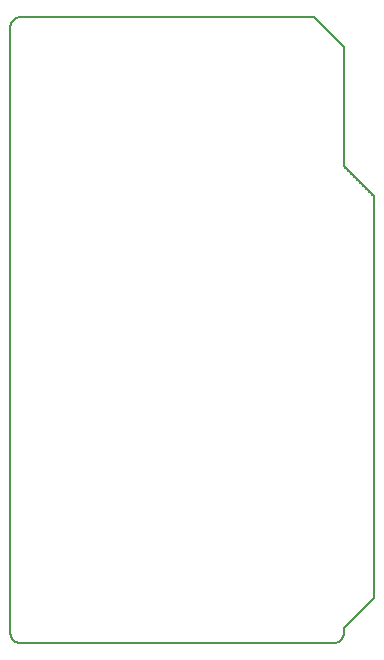
<source format=gm1>
G04 MADE WITH FRITZING*
G04 WWW.FRITZING.ORG*
G04 DOUBLE SIDED*
G04 HOLES PLATED*
G04 CONTOUR ON CENTER OF CONTOUR VECTOR*
%ASAXBY*%
%FSLAX23Y23*%
%MOIN*%
%OFA0B0*%
%SFA1.0B1.0*%
%ADD10C,0.008*%
%LNCONTOUR*%
G90*
G70*
G54D10*
X34Y2095D02*
X35Y2095D01*
X36Y2095D01*
X37Y2095D01*
X38Y2095D01*
X39Y2095D01*
X40Y2095D01*
X41Y2095D01*
X42Y2095D01*
X43Y2095D01*
X44Y2095D01*
X45Y2095D01*
X46Y2095D01*
X47Y2095D01*
X48Y2095D01*
X49Y2095D01*
X50Y2095D01*
X51Y2095D01*
X52Y2095D01*
X53Y2095D01*
X54Y2095D01*
X55Y2095D01*
X56Y2095D01*
X57Y2095D01*
X58Y2095D01*
X59Y2095D01*
X60Y2095D01*
X61Y2095D01*
X62Y2095D01*
X63Y2095D01*
X64Y2095D01*
X65Y2095D01*
X66Y2095D01*
X67Y2095D01*
X68Y2095D01*
X69Y2095D01*
X70Y2095D01*
X71Y2095D01*
X72Y2095D01*
X73Y2095D01*
X74Y2095D01*
X75Y2095D01*
X76Y2095D01*
X77Y2095D01*
X78Y2095D01*
X79Y2095D01*
X80Y2095D01*
X81Y2095D01*
X82Y2095D01*
X83Y2095D01*
X84Y2095D01*
X85Y2095D01*
X86Y2095D01*
X87Y2095D01*
X88Y2095D01*
X89Y2095D01*
X90Y2095D01*
X91Y2095D01*
X92Y2095D01*
X93Y2095D01*
X94Y2095D01*
X95Y2095D01*
X96Y2095D01*
X97Y2095D01*
X98Y2095D01*
X99Y2095D01*
X100Y2095D01*
X101Y2095D01*
X102Y2095D01*
X103Y2095D01*
X104Y2095D01*
X105Y2095D01*
X106Y2095D01*
X107Y2095D01*
X108Y2095D01*
X109Y2095D01*
X110Y2095D01*
X111Y2095D01*
X112Y2095D01*
X113Y2095D01*
X114Y2095D01*
X115Y2095D01*
X116Y2095D01*
X117Y2095D01*
X118Y2095D01*
X119Y2095D01*
X120Y2095D01*
X121Y2095D01*
X122Y2095D01*
X123Y2095D01*
X124Y2095D01*
X125Y2095D01*
X126Y2095D01*
X127Y2095D01*
X128Y2095D01*
X129Y2095D01*
X130Y2095D01*
X131Y2095D01*
X132Y2095D01*
X133Y2095D01*
X134Y2095D01*
X135Y2095D01*
X136Y2095D01*
X137Y2095D01*
X138Y2095D01*
X139Y2095D01*
X140Y2095D01*
X141Y2095D01*
X142Y2095D01*
X143Y2095D01*
X144Y2095D01*
X145Y2095D01*
X146Y2095D01*
X147Y2095D01*
X148Y2095D01*
X149Y2095D01*
X150Y2095D01*
X151Y2095D01*
X152Y2095D01*
X153Y2095D01*
X154Y2095D01*
X155Y2095D01*
X156Y2095D01*
X157Y2095D01*
X158Y2095D01*
X159Y2095D01*
X160Y2095D01*
X161Y2095D01*
X162Y2095D01*
X163Y2095D01*
X164Y2095D01*
X165Y2095D01*
X166Y2095D01*
X167Y2095D01*
X168Y2095D01*
X169Y2095D01*
X170Y2095D01*
X171Y2095D01*
X172Y2095D01*
X173Y2095D01*
X174Y2095D01*
X175Y2095D01*
X176Y2095D01*
X177Y2095D01*
X178Y2095D01*
X179Y2095D01*
X180Y2095D01*
X181Y2095D01*
X182Y2095D01*
X183Y2095D01*
X184Y2095D01*
X185Y2095D01*
X186Y2095D01*
X187Y2095D01*
X188Y2095D01*
X189Y2095D01*
X190Y2095D01*
X191Y2095D01*
X192Y2095D01*
X193Y2095D01*
X194Y2095D01*
X195Y2095D01*
X196Y2095D01*
X197Y2095D01*
X198Y2095D01*
X199Y2095D01*
X200Y2095D01*
X201Y2095D01*
X202Y2095D01*
X203Y2095D01*
X204Y2095D01*
X205Y2095D01*
X206Y2095D01*
X207Y2095D01*
X208Y2095D01*
X209Y2095D01*
X210Y2095D01*
X211Y2095D01*
X212Y2095D01*
X213Y2095D01*
X214Y2095D01*
X215Y2095D01*
X216Y2095D01*
X217Y2095D01*
X218Y2095D01*
X219Y2095D01*
X220Y2095D01*
X221Y2095D01*
X222Y2095D01*
X223Y2095D01*
X224Y2095D01*
X225Y2095D01*
X226Y2095D01*
X227Y2095D01*
X228Y2095D01*
X229Y2095D01*
X230Y2095D01*
X231Y2095D01*
X232Y2095D01*
X233Y2095D01*
X234Y2095D01*
X235Y2095D01*
X236Y2095D01*
X237Y2095D01*
X238Y2095D01*
X239Y2095D01*
X240Y2095D01*
X241Y2095D01*
X242Y2095D01*
X243Y2095D01*
X244Y2095D01*
X245Y2095D01*
X246Y2095D01*
X247Y2095D01*
X248Y2095D01*
X249Y2095D01*
X250Y2095D01*
X251Y2095D01*
X252Y2095D01*
X253Y2095D01*
X254Y2095D01*
X255Y2095D01*
X256Y2095D01*
X257Y2095D01*
X258Y2095D01*
X259Y2095D01*
X260Y2095D01*
X261Y2095D01*
X262Y2095D01*
X263Y2095D01*
X264Y2095D01*
X265Y2095D01*
X266Y2095D01*
X267Y2095D01*
X268Y2095D01*
X269Y2095D01*
X270Y2095D01*
X271Y2095D01*
X272Y2095D01*
X273Y2095D01*
X274Y2095D01*
X275Y2095D01*
X276Y2095D01*
X277Y2095D01*
X278Y2095D01*
X279Y2095D01*
X280Y2095D01*
X281Y2095D01*
X282Y2095D01*
X283Y2095D01*
X284Y2095D01*
X285Y2095D01*
X286Y2095D01*
X287Y2095D01*
X288Y2095D01*
X289Y2095D01*
X290Y2095D01*
X291Y2095D01*
X292Y2095D01*
X293Y2095D01*
X294Y2095D01*
X295Y2095D01*
X296Y2095D01*
X297Y2095D01*
X298Y2095D01*
X299Y2095D01*
X300Y2095D01*
X301Y2095D01*
X302Y2095D01*
X303Y2095D01*
X304Y2095D01*
X305Y2095D01*
X306Y2095D01*
X307Y2095D01*
X308Y2095D01*
X309Y2095D01*
X310Y2095D01*
X311Y2095D01*
X312Y2095D01*
X313Y2095D01*
X314Y2095D01*
X315Y2095D01*
X316Y2095D01*
X317Y2095D01*
X318Y2095D01*
X319Y2095D01*
X320Y2095D01*
X321Y2095D01*
X322Y2095D01*
X323Y2095D01*
X324Y2095D01*
X325Y2095D01*
X326Y2095D01*
X327Y2095D01*
X328Y2095D01*
X329Y2095D01*
X330Y2095D01*
X331Y2095D01*
X332Y2095D01*
X333Y2095D01*
X334Y2095D01*
X335Y2095D01*
X336Y2095D01*
X337Y2095D01*
X338Y2095D01*
X339Y2095D01*
X340Y2095D01*
X341Y2095D01*
X342Y2095D01*
X343Y2095D01*
X344Y2095D01*
X345Y2095D01*
X346Y2095D01*
X347Y2095D01*
X348Y2095D01*
X349Y2095D01*
X350Y2095D01*
X351Y2095D01*
X352Y2095D01*
X353Y2095D01*
X354Y2095D01*
X355Y2095D01*
X356Y2095D01*
X357Y2095D01*
X358Y2095D01*
X359Y2095D01*
X360Y2095D01*
X361Y2095D01*
X362Y2095D01*
X363Y2095D01*
X364Y2095D01*
X365Y2095D01*
X366Y2095D01*
X367Y2095D01*
X368Y2095D01*
X369Y2095D01*
X370Y2095D01*
X371Y2095D01*
X372Y2095D01*
X373Y2095D01*
X374Y2095D01*
X375Y2095D01*
X376Y2095D01*
X377Y2095D01*
X378Y2095D01*
X379Y2095D01*
X380Y2095D01*
X381Y2095D01*
X382Y2095D01*
X383Y2095D01*
X384Y2095D01*
X385Y2095D01*
X386Y2095D01*
X387Y2095D01*
X388Y2095D01*
X389Y2095D01*
X390Y2095D01*
X391Y2095D01*
X392Y2095D01*
X393Y2095D01*
X394Y2095D01*
X395Y2095D01*
X396Y2095D01*
X397Y2095D01*
X398Y2095D01*
X399Y2095D01*
X400Y2095D01*
X401Y2095D01*
X402Y2095D01*
X403Y2095D01*
X404Y2095D01*
X405Y2095D01*
X406Y2095D01*
X407Y2095D01*
X408Y2095D01*
X409Y2095D01*
X410Y2095D01*
X411Y2095D01*
X412Y2095D01*
X413Y2095D01*
X414Y2095D01*
X415Y2095D01*
X416Y2095D01*
X417Y2095D01*
X418Y2095D01*
X419Y2095D01*
X420Y2095D01*
X421Y2095D01*
X422Y2095D01*
X423Y2095D01*
X424Y2095D01*
X425Y2095D01*
X426Y2095D01*
X427Y2095D01*
X428Y2095D01*
X429Y2095D01*
X430Y2095D01*
X431Y2095D01*
X432Y2095D01*
X433Y2095D01*
X434Y2095D01*
X435Y2095D01*
X436Y2095D01*
X437Y2095D01*
X438Y2095D01*
X439Y2095D01*
X440Y2095D01*
X441Y2095D01*
X442Y2095D01*
X443Y2095D01*
X444Y2095D01*
X445Y2095D01*
X446Y2095D01*
X447Y2095D01*
X448Y2095D01*
X449Y2095D01*
X450Y2095D01*
X451Y2095D01*
X452Y2095D01*
X453Y2095D01*
X454Y2095D01*
X455Y2095D01*
X456Y2095D01*
X457Y2095D01*
X458Y2095D01*
X459Y2095D01*
X460Y2095D01*
X461Y2095D01*
X462Y2095D01*
X463Y2095D01*
X464Y2095D01*
X465Y2095D01*
X466Y2095D01*
X467Y2095D01*
X468Y2095D01*
X469Y2095D01*
X470Y2095D01*
X471Y2095D01*
X472Y2095D01*
X473Y2095D01*
X474Y2095D01*
X475Y2095D01*
X476Y2095D01*
X477Y2095D01*
X478Y2095D01*
X479Y2095D01*
X480Y2095D01*
X481Y2095D01*
X482Y2095D01*
X483Y2095D01*
X484Y2095D01*
X485Y2095D01*
X486Y2095D01*
X487Y2095D01*
X488Y2095D01*
X489Y2095D01*
X490Y2095D01*
X491Y2095D01*
X492Y2095D01*
X493Y2095D01*
X494Y2095D01*
X495Y2095D01*
X496Y2095D01*
X497Y2095D01*
X498Y2095D01*
X499Y2095D01*
X500Y2095D01*
X501Y2095D01*
X502Y2095D01*
X503Y2095D01*
X504Y2095D01*
X505Y2095D01*
X506Y2095D01*
X507Y2095D01*
X508Y2095D01*
X509Y2095D01*
X510Y2095D01*
X511Y2095D01*
X512Y2095D01*
X513Y2095D01*
X514Y2095D01*
X515Y2095D01*
X516Y2095D01*
X517Y2095D01*
X518Y2095D01*
X519Y2095D01*
X520Y2095D01*
X521Y2095D01*
X522Y2095D01*
X523Y2095D01*
X524Y2095D01*
X525Y2095D01*
X526Y2095D01*
X527Y2095D01*
X528Y2095D01*
X529Y2095D01*
X530Y2095D01*
X531Y2095D01*
X532Y2095D01*
X533Y2095D01*
X534Y2095D01*
X535Y2095D01*
X536Y2095D01*
X537Y2095D01*
X538Y2095D01*
X539Y2095D01*
X540Y2095D01*
X541Y2095D01*
X542Y2095D01*
X543Y2095D01*
X544Y2095D01*
X545Y2095D01*
X546Y2095D01*
X547Y2095D01*
X548Y2095D01*
X549Y2095D01*
X550Y2095D01*
X551Y2095D01*
X552Y2095D01*
X553Y2095D01*
X554Y2095D01*
X555Y2095D01*
X556Y2095D01*
X557Y2095D01*
X558Y2095D01*
X559Y2095D01*
X560Y2095D01*
X561Y2095D01*
X562Y2095D01*
X563Y2095D01*
X564Y2095D01*
X565Y2095D01*
X566Y2095D01*
X567Y2095D01*
X568Y2095D01*
X569Y2095D01*
X570Y2095D01*
X571Y2095D01*
X572Y2095D01*
X573Y2095D01*
X574Y2095D01*
X575Y2095D01*
X576Y2095D01*
X577Y2095D01*
X578Y2095D01*
X579Y2095D01*
X580Y2095D01*
X581Y2095D01*
X582Y2095D01*
X583Y2095D01*
X584Y2095D01*
X585Y2095D01*
X586Y2095D01*
X587Y2095D01*
X588Y2095D01*
X589Y2095D01*
X590Y2095D01*
X591Y2095D01*
X592Y2095D01*
X593Y2095D01*
X594Y2095D01*
X595Y2095D01*
X596Y2095D01*
X597Y2095D01*
X598Y2095D01*
X599Y2095D01*
X600Y2095D01*
X601Y2095D01*
X602Y2095D01*
X603Y2095D01*
X604Y2095D01*
X605Y2095D01*
X606Y2095D01*
X607Y2095D01*
X608Y2095D01*
X609Y2095D01*
X610Y2095D01*
X611Y2095D01*
X612Y2095D01*
X613Y2095D01*
X614Y2095D01*
X615Y2095D01*
X616Y2095D01*
X617Y2095D01*
X618Y2095D01*
X619Y2095D01*
X620Y2095D01*
X621Y2095D01*
X622Y2095D01*
X623Y2095D01*
X624Y2095D01*
X625Y2095D01*
X626Y2095D01*
X627Y2095D01*
X628Y2095D01*
X629Y2095D01*
X630Y2095D01*
X631Y2095D01*
X632Y2095D01*
X633Y2095D01*
X634Y2095D01*
X635Y2095D01*
X636Y2095D01*
X637Y2095D01*
X638Y2095D01*
X639Y2095D01*
X640Y2095D01*
X641Y2095D01*
X642Y2095D01*
X643Y2095D01*
X644Y2095D01*
X645Y2095D01*
X646Y2095D01*
X647Y2095D01*
X648Y2095D01*
X649Y2095D01*
X650Y2095D01*
X651Y2095D01*
X652Y2095D01*
X653Y2095D01*
X654Y2095D01*
X655Y2095D01*
X656Y2095D01*
X657Y2095D01*
X658Y2095D01*
X659Y2095D01*
X660Y2095D01*
X661Y2095D01*
X662Y2095D01*
X663Y2095D01*
X664Y2095D01*
X665Y2095D01*
X666Y2095D01*
X667Y2095D01*
X668Y2095D01*
X669Y2095D01*
X670Y2095D01*
X671Y2095D01*
X672Y2095D01*
X673Y2095D01*
X674Y2095D01*
X675Y2095D01*
X676Y2095D01*
X677Y2095D01*
X678Y2095D01*
X679Y2095D01*
X680Y2095D01*
X681Y2095D01*
X682Y2095D01*
X683Y2095D01*
X684Y2095D01*
X685Y2095D01*
X686Y2095D01*
X687Y2095D01*
X688Y2095D01*
X689Y2095D01*
X690Y2095D01*
X691Y2095D01*
X692Y2095D01*
X693Y2095D01*
X694Y2095D01*
X695Y2095D01*
X696Y2095D01*
X697Y2095D01*
X698Y2095D01*
X699Y2095D01*
X700Y2095D01*
X701Y2095D01*
X702Y2095D01*
X703Y2095D01*
X704Y2095D01*
X705Y2095D01*
X706Y2095D01*
X707Y2095D01*
X708Y2095D01*
X709Y2095D01*
X710Y2095D01*
X711Y2095D01*
X712Y2095D01*
X713Y2095D01*
X714Y2095D01*
X715Y2095D01*
X716Y2095D01*
X717Y2095D01*
X718Y2095D01*
X719Y2095D01*
X720Y2095D01*
X721Y2095D01*
X722Y2095D01*
X723Y2095D01*
X724Y2095D01*
X725Y2095D01*
X726Y2095D01*
X727Y2095D01*
X728Y2095D01*
X729Y2095D01*
X730Y2095D01*
X731Y2095D01*
X732Y2095D01*
X733Y2095D01*
X734Y2095D01*
X735Y2095D01*
X736Y2095D01*
X737Y2095D01*
X738Y2095D01*
X739Y2095D01*
X740Y2095D01*
X741Y2095D01*
X742Y2095D01*
X743Y2095D01*
X744Y2095D01*
X745Y2095D01*
X746Y2095D01*
X747Y2095D01*
X748Y2095D01*
X749Y2095D01*
X750Y2095D01*
X751Y2095D01*
X752Y2095D01*
X753Y2095D01*
X754Y2095D01*
X755Y2095D01*
X756Y2095D01*
X757Y2095D01*
X758Y2095D01*
X759Y2095D01*
X760Y2095D01*
X761Y2095D01*
X762Y2095D01*
X763Y2095D01*
X764Y2095D01*
X765Y2095D01*
X766Y2095D01*
X767Y2095D01*
X768Y2095D01*
X769Y2095D01*
X770Y2095D01*
X771Y2095D01*
X772Y2095D01*
X773Y2095D01*
X774Y2095D01*
X775Y2095D01*
X776Y2095D01*
X777Y2095D01*
X778Y2095D01*
X779Y2095D01*
X780Y2095D01*
X781Y2095D01*
X782Y2095D01*
X783Y2095D01*
X784Y2095D01*
X785Y2095D01*
X786Y2095D01*
X787Y2095D01*
X788Y2095D01*
X789Y2095D01*
X790Y2095D01*
X791Y2095D01*
X792Y2095D01*
X793Y2095D01*
X794Y2095D01*
X795Y2095D01*
X796Y2095D01*
X797Y2095D01*
X798Y2095D01*
X799Y2095D01*
X800Y2095D01*
X801Y2095D01*
X802Y2095D01*
X803Y2095D01*
X804Y2095D01*
X805Y2095D01*
X806Y2095D01*
X807Y2095D01*
X808Y2095D01*
X809Y2095D01*
X810Y2095D01*
X811Y2095D01*
X812Y2095D01*
X813Y2095D01*
X814Y2095D01*
X815Y2095D01*
X816Y2095D01*
X817Y2095D01*
X818Y2095D01*
X819Y2095D01*
X820Y2095D01*
X821Y2095D01*
X822Y2095D01*
X823Y2095D01*
X824Y2095D01*
X825Y2095D01*
X826Y2095D01*
X827Y2095D01*
X828Y2095D01*
X829Y2095D01*
X830Y2095D01*
X831Y2095D01*
X832Y2095D01*
X833Y2095D01*
X834Y2095D01*
X835Y2095D01*
X836Y2095D01*
X837Y2095D01*
X838Y2095D01*
X839Y2095D01*
X840Y2095D01*
X841Y2095D01*
X842Y2095D01*
X843Y2095D01*
X844Y2095D01*
X845Y2095D01*
X846Y2095D01*
X847Y2095D01*
X848Y2095D01*
X849Y2095D01*
X850Y2095D01*
X851Y2095D01*
X852Y2095D01*
X853Y2095D01*
X854Y2095D01*
X855Y2095D01*
X856Y2095D01*
X857Y2095D01*
X858Y2095D01*
X859Y2095D01*
X860Y2095D01*
X861Y2095D01*
X862Y2095D01*
X863Y2095D01*
X864Y2095D01*
X865Y2095D01*
X866Y2095D01*
X867Y2095D01*
X868Y2095D01*
X869Y2095D01*
X870Y2095D01*
X871Y2095D01*
X872Y2095D01*
X873Y2095D01*
X874Y2095D01*
X875Y2095D01*
X876Y2095D01*
X877Y2095D01*
X878Y2095D01*
X879Y2095D01*
X880Y2095D01*
X881Y2095D01*
X882Y2095D01*
X883Y2095D01*
X884Y2095D01*
X885Y2095D01*
X886Y2095D01*
X887Y2095D01*
X888Y2095D01*
X889Y2095D01*
X890Y2095D01*
X891Y2095D01*
X892Y2095D01*
X893Y2095D01*
X894Y2095D01*
X895Y2095D01*
X896Y2095D01*
X897Y2095D01*
X898Y2095D01*
X899Y2095D01*
X900Y2095D01*
X901Y2095D01*
X902Y2095D01*
X903Y2095D01*
X904Y2095D01*
X905Y2095D01*
X906Y2095D01*
X907Y2095D01*
X908Y2095D01*
X909Y2095D01*
X910Y2095D01*
X911Y2095D01*
X912Y2095D01*
X913Y2095D01*
X914Y2095D01*
X915Y2095D01*
X916Y2095D01*
X917Y2095D01*
X918Y2095D01*
X919Y2095D01*
X920Y2095D01*
X921Y2095D01*
X922Y2095D01*
X923Y2095D01*
X924Y2095D01*
X925Y2095D01*
X926Y2095D01*
X927Y2095D01*
X928Y2095D01*
X929Y2095D01*
X930Y2095D01*
X931Y2095D01*
X932Y2095D01*
X933Y2095D01*
X934Y2095D01*
X935Y2095D01*
X936Y2095D01*
X937Y2095D01*
X938Y2095D01*
X939Y2095D01*
X940Y2095D01*
X941Y2095D01*
X942Y2095D01*
X943Y2095D01*
X944Y2095D01*
X945Y2095D01*
X946Y2095D01*
X947Y2095D01*
X948Y2095D01*
X949Y2095D01*
X950Y2095D01*
X951Y2095D01*
X952Y2095D01*
X953Y2095D01*
X954Y2095D01*
X955Y2095D01*
X956Y2095D01*
X957Y2095D01*
X958Y2095D01*
X959Y2095D01*
X960Y2095D01*
X961Y2095D01*
X962Y2095D01*
X963Y2095D01*
X964Y2095D01*
X965Y2095D01*
X966Y2095D01*
X967Y2095D01*
X968Y2095D01*
X969Y2095D01*
X970Y2095D01*
X971Y2095D01*
X972Y2095D01*
X973Y2095D01*
X974Y2095D01*
X975Y2095D01*
X976Y2095D01*
X977Y2095D01*
X978Y2095D01*
X979Y2095D01*
X980Y2095D01*
X981Y2095D01*
X982Y2095D01*
X983Y2095D01*
X984Y2095D01*
X985Y2095D01*
X986Y2095D01*
X987Y2095D01*
X988Y2095D01*
X989Y2095D01*
X990Y2095D01*
X991Y2095D01*
X992Y2095D01*
X993Y2095D01*
X994Y2095D01*
X995Y2095D01*
X996Y2095D01*
X997Y2095D01*
X998Y2095D01*
X999Y2095D01*
X1000Y2095D01*
X1001Y2095D01*
X1002Y2095D01*
X1003Y2095D01*
X1004Y2095D01*
X1005Y2095D01*
X1006Y2095D01*
X1007Y2095D01*
X1008Y2095D01*
X1009Y2095D01*
X1010Y2095D01*
X1011Y2095D01*
X1012Y2095D01*
X1013Y2095D01*
X1014Y2095D01*
X1015Y2095D01*
X1016Y2095D01*
X1017Y2095D01*
X1018Y2095D01*
X1019Y2095D01*
X1020Y2094D01*
X1021Y2093D01*
X1022Y2092D01*
X1023Y2091D01*
X1024Y2090D01*
X1025Y2089D01*
X1026Y2088D01*
X1027Y2087D01*
X1028Y2086D01*
X1029Y2085D01*
X1030Y2084D01*
X1031Y2083D01*
X1032Y2082D01*
X1033Y2081D01*
X1034Y2080D01*
X1035Y2079D01*
X1036Y2078D01*
X1037Y2077D01*
X1038Y2076D01*
X1039Y2075D01*
X1040Y2074D01*
X1041Y2073D01*
X1042Y2072D01*
X1043Y2071D01*
X1044Y2070D01*
X1045Y2069D01*
X1046Y2068D01*
X1047Y2067D01*
X1048Y2066D01*
X1049Y2065D01*
X1050Y2064D01*
X1051Y2063D01*
X1052Y2062D01*
X1053Y2061D01*
X1054Y2060D01*
X1055Y2059D01*
X1056Y2058D01*
X1057Y2057D01*
X1058Y2056D01*
X1059Y2055D01*
X1060Y2054D01*
X1061Y2053D01*
X1062Y2052D01*
X1063Y2051D01*
X1064Y2050D01*
X1065Y2049D01*
X1066Y2048D01*
X1067Y2047D01*
X1068Y2046D01*
X1069Y2045D01*
X1070Y2044D01*
X1071Y2043D01*
X1072Y2042D01*
X1073Y2041D01*
X1074Y2040D01*
X1075Y2039D01*
X1076Y2038D01*
X1077Y2037D01*
X1078Y2036D01*
X1079Y2035D01*
X1080Y2034D01*
X1081Y2033D01*
X1082Y2032D01*
X1083Y2031D01*
X1084Y2030D01*
X1085Y2029D01*
X1086Y2028D01*
X1087Y2027D01*
X1088Y2026D01*
X1089Y2026D01*
X1090Y2025D01*
X1091Y2024D01*
X1092Y2023D01*
X1093Y2022D01*
X1094Y2021D01*
X1095Y2020D01*
X1096Y2019D01*
X1097Y2018D01*
X1098Y2017D01*
X1099Y2016D01*
X1100Y2015D01*
X1101Y2014D01*
X1102Y2013D01*
X1103Y2012D01*
X1104Y2011D01*
X1105Y2010D01*
X1106Y2009D01*
X1107Y2008D01*
X1108Y2007D01*
X1109Y2006D01*
X1110Y2005D01*
X1111Y2004D01*
X1112Y2003D01*
X1113Y2002D01*
X1114Y2001D01*
X1115Y2000D01*
X1116Y1999D01*
X1117Y1998D01*
X1118Y1997D01*
X1118Y1599D01*
X1119Y1598D01*
X1120Y1597D01*
X1121Y1596D01*
X1122Y1595D01*
X1123Y1594D01*
X1124Y1593D01*
X1125Y1592D01*
X1126Y1591D01*
X1127Y1590D01*
X1128Y1589D01*
X1129Y1588D01*
X1130Y1587D01*
X1131Y1586D01*
X1132Y1585D01*
X1133Y1584D01*
X1134Y1583D01*
X1135Y1582D01*
X1136Y1581D01*
X1137Y1580D01*
X1138Y1579D01*
X1139Y1578D01*
X1140Y1577D01*
X1141Y1576D01*
X1142Y1575D01*
X1143Y1574D01*
X1144Y1573D01*
X1145Y1572D01*
X1146Y1571D01*
X1147Y1570D01*
X1148Y1569D01*
X1149Y1568D01*
X1150Y1567D01*
X1151Y1566D01*
X1152Y1565D01*
X1153Y1564D01*
X1154Y1563D01*
X1155Y1562D01*
X1156Y1561D01*
X1157Y1560D01*
X1158Y1559D01*
X1159Y1558D01*
X1160Y1557D01*
X1161Y1556D01*
X1162Y1555D01*
X1163Y1554D01*
X1164Y1553D01*
X1165Y1552D01*
X1166Y1551D01*
X1167Y1550D01*
X1168Y1549D01*
X1169Y1548D01*
X1170Y1547D01*
X1171Y1546D01*
X1172Y1545D01*
X1173Y1544D01*
X1174Y1543D01*
X1175Y1542D01*
X1176Y1541D01*
X1177Y1540D01*
X1178Y1539D01*
X1179Y1538D01*
X1180Y1537D01*
X1181Y1536D01*
X1182Y1535D01*
X1183Y1534D01*
X1184Y1533D01*
X1185Y1532D01*
X1186Y1531D01*
X1187Y1530D01*
X1188Y1529D01*
X1189Y1528D01*
X1190Y1527D01*
X1191Y1526D01*
X1192Y1525D01*
X1193Y1524D01*
X1194Y1523D01*
X1195Y1522D01*
X1196Y1521D01*
X1197Y1520D01*
X1198Y1519D01*
X1199Y1518D01*
X1200Y1517D01*
X1201Y1516D01*
X1202Y1515D01*
X1203Y1514D01*
X1204Y1513D01*
X1205Y1512D01*
X1206Y1511D01*
X1207Y1510D01*
X1208Y1509D01*
X1209Y1508D01*
X1210Y1507D01*
X1211Y1506D01*
X1212Y1505D01*
X1213Y1504D01*
X1214Y1503D01*
X1215Y1502D01*
X1216Y1501D01*
X1217Y1500D01*
X1218Y1499D01*
X1218Y157D01*
X1217Y156D01*
X1216Y155D01*
X1215Y154D01*
X1214Y153D01*
X1213Y152D01*
X1212Y151D01*
X1211Y150D01*
X1210Y149D01*
X1209Y148D01*
X1208Y147D01*
X1207Y146D01*
X1206Y145D01*
X1205Y144D01*
X1204Y143D01*
X1203Y142D01*
X1202Y141D01*
X1201Y140D01*
X1200Y139D01*
X1199Y138D01*
X1198Y137D01*
X1197Y136D01*
X1196Y135D01*
X1195Y134D01*
X1194Y133D01*
X1193Y132D01*
X1192Y131D01*
X1191Y130D01*
X1190Y129D01*
X1189Y128D01*
X1188Y127D01*
X1187Y126D01*
X1186Y125D01*
X1185Y124D01*
X1184Y123D01*
X1183Y122D01*
X1182Y121D01*
X1181Y120D01*
X1180Y119D01*
X1179Y118D01*
X1178Y117D01*
X1177Y116D01*
X1176Y115D01*
X1175Y114D01*
X1174Y113D01*
X1173Y112D01*
X1172Y111D01*
X1171Y110D01*
X1170Y109D01*
X1169Y108D01*
X1168Y107D01*
X1167Y106D01*
X1166Y105D01*
X1165Y104D01*
X1164Y103D01*
X1163Y102D01*
X1162Y101D01*
X1161Y100D01*
X1160Y99D01*
X1159Y98D01*
X1158Y97D01*
X1157Y96D01*
X1156Y95D01*
X1155Y94D01*
X1154Y93D01*
X1153Y92D01*
X1152Y91D01*
X1151Y90D01*
X1150Y89D01*
X1149Y88D01*
X1148Y87D01*
X1147Y86D01*
X1146Y85D01*
X1145Y84D01*
X1144Y83D01*
X1143Y82D01*
X1142Y81D01*
X1141Y80D01*
X1140Y79D01*
X1139Y78D01*
X1138Y77D01*
X1137Y76D01*
X1136Y75D01*
X1135Y74D01*
X1134Y73D01*
X1133Y72D01*
X1132Y71D01*
X1131Y70D01*
X1130Y69D01*
X1129Y68D01*
X1128Y67D01*
X1127Y66D01*
X1126Y65D01*
X1125Y64D01*
X1124Y63D01*
X1123Y62D01*
X1122Y61D01*
X1121Y60D01*
X1120Y59D01*
X1119Y58D01*
X1118Y57D01*
X1118Y46D01*
X1119Y45D01*
X1119Y41D01*
X1118Y40D01*
X1118Y35D01*
X1117Y34D01*
X1117Y31D01*
X1116Y30D01*
X1116Y29D01*
X1115Y28D01*
X1115Y27D01*
X1114Y26D01*
X1114Y25D01*
X1113Y24D01*
X1113Y23D01*
X1112Y22D01*
X1111Y21D01*
X1110Y20D01*
X1109Y19D01*
X1108Y18D01*
X1107Y17D01*
X1106Y16D01*
X1105Y15D01*
X1104Y14D01*
X1103Y14D01*
X1102Y13D01*
X1101Y12D01*
X1100Y12D01*
X1099Y11D01*
X1098Y11D01*
X1097Y11D01*
X1096Y10D01*
X1095Y10D01*
X1094Y9D01*
X1093Y9D01*
X1092Y9D01*
X1091Y9D01*
X1090Y9D01*
X1089Y8D01*
X1088Y8D01*
X1087Y8D01*
X1086Y8D01*
X1085Y8D01*
X1084Y8D01*
X1083Y8D01*
X1082Y8D01*
X1081Y8D01*
X1080Y8D01*
X1079Y8D01*
X1078Y8D01*
X1077Y8D01*
X1076Y8D01*
X1075Y8D01*
X1074Y8D01*
X1073Y8D01*
X1072Y8D01*
X1071Y8D01*
X1070Y8D01*
X1069Y8D01*
X1068Y8D01*
X1067Y8D01*
X1066Y8D01*
X1065Y8D01*
X1064Y8D01*
X1063Y8D01*
X1062Y8D01*
X1061Y8D01*
X1060Y8D01*
X1059Y8D01*
X1058Y8D01*
X1057Y8D01*
X1056Y8D01*
X1055Y8D01*
X1054Y8D01*
X1053Y8D01*
X1052Y8D01*
X1051Y8D01*
X1050Y8D01*
X1049Y8D01*
X1048Y8D01*
X1047Y8D01*
X1046Y8D01*
X1045Y8D01*
X1044Y8D01*
X1043Y8D01*
X1042Y8D01*
X1041Y8D01*
X1040Y8D01*
X1039Y8D01*
X1038Y8D01*
X1037Y8D01*
X1036Y8D01*
X1035Y8D01*
X1034Y8D01*
X1033Y8D01*
X1032Y8D01*
X1031Y8D01*
X1030Y8D01*
X1029Y8D01*
X1028Y8D01*
X1027Y8D01*
X1026Y8D01*
X1025Y8D01*
X1024Y8D01*
X1023Y8D01*
X1022Y8D01*
X1021Y8D01*
X1020Y8D01*
X1019Y8D01*
X1018Y8D01*
X1017Y8D01*
X1016Y8D01*
X1015Y8D01*
X1014Y8D01*
X1013Y8D01*
X1012Y8D01*
X1011Y8D01*
X1010Y8D01*
X1009Y8D01*
X1008Y8D01*
X1007Y8D01*
X1006Y8D01*
X1005Y8D01*
X1004Y8D01*
X1003Y8D01*
X1002Y8D01*
X1001Y8D01*
X1000Y8D01*
X999Y8D01*
X998Y8D01*
X997Y8D01*
X996Y8D01*
X995Y8D01*
X994Y8D01*
X993Y8D01*
X992Y8D01*
X991Y8D01*
X990Y8D01*
X989Y8D01*
X988Y8D01*
X987Y8D01*
X986Y8D01*
X985Y8D01*
X984Y8D01*
X983Y8D01*
X982Y8D01*
X981Y8D01*
X980Y8D01*
X979Y8D01*
X978Y8D01*
X977Y8D01*
X976Y8D01*
X975Y8D01*
X974Y8D01*
X973Y8D01*
X972Y8D01*
X971Y8D01*
X970Y8D01*
X969Y8D01*
X968Y8D01*
X967Y8D01*
X966Y8D01*
X965Y8D01*
X964Y8D01*
X963Y8D01*
X962Y8D01*
X961Y8D01*
X960Y8D01*
X959Y8D01*
X958Y8D01*
X957Y8D01*
X956Y8D01*
X955Y8D01*
X954Y8D01*
X953Y8D01*
X952Y8D01*
X951Y8D01*
X950Y8D01*
X949Y8D01*
X948Y8D01*
X947Y8D01*
X946Y8D01*
X945Y8D01*
X944Y8D01*
X943Y8D01*
X942Y8D01*
X941Y8D01*
X940Y8D01*
X939Y8D01*
X938Y8D01*
X937Y8D01*
X936Y8D01*
X935Y8D01*
X934Y8D01*
X933Y8D01*
X932Y8D01*
X931Y8D01*
X930Y8D01*
X929Y8D01*
X928Y8D01*
X927Y8D01*
X926Y8D01*
X925Y8D01*
X924Y8D01*
X923Y8D01*
X922Y8D01*
X921Y8D01*
X920Y8D01*
X919Y8D01*
X918Y8D01*
X917Y8D01*
X916Y8D01*
X915Y8D01*
X914Y8D01*
X913Y8D01*
X912Y8D01*
X911Y8D01*
X910Y8D01*
X909Y8D01*
X908Y8D01*
X907Y8D01*
X906Y8D01*
X905Y8D01*
X904Y8D01*
X903Y8D01*
X902Y8D01*
X901Y8D01*
X900Y8D01*
X899Y8D01*
X898Y8D01*
X897Y8D01*
X896Y8D01*
X895Y8D01*
X894Y8D01*
X893Y8D01*
X892Y8D01*
X891Y8D01*
X890Y8D01*
X889Y8D01*
X888Y8D01*
X887Y8D01*
X886Y8D01*
X885Y8D01*
X884Y8D01*
X883Y8D01*
X882Y8D01*
X881Y8D01*
X880Y8D01*
X879Y8D01*
X878Y8D01*
X877Y8D01*
X876Y8D01*
X875Y8D01*
X874Y8D01*
X873Y8D01*
X872Y8D01*
X871Y8D01*
X870Y8D01*
X869Y8D01*
X868Y8D01*
X867Y8D01*
X866Y8D01*
X865Y8D01*
X864Y8D01*
X863Y8D01*
X862Y8D01*
X861Y8D01*
X860Y8D01*
X859Y8D01*
X858Y8D01*
X857Y8D01*
X856Y8D01*
X855Y8D01*
X854Y8D01*
X853Y8D01*
X852Y8D01*
X851Y8D01*
X850Y8D01*
X849Y8D01*
X848Y8D01*
X847Y8D01*
X846Y8D01*
X845Y8D01*
X844Y8D01*
X843Y8D01*
X842Y8D01*
X841Y8D01*
X840Y8D01*
X839Y8D01*
X838Y8D01*
X837Y8D01*
X836Y8D01*
X835Y8D01*
X834Y8D01*
X833Y8D01*
X832Y8D01*
X831Y8D01*
X830Y8D01*
X829Y8D01*
X828Y8D01*
X827Y8D01*
X826Y8D01*
X825Y8D01*
X824Y8D01*
X823Y8D01*
X822Y8D01*
X821Y8D01*
X820Y8D01*
X819Y8D01*
X818Y8D01*
X817Y8D01*
X816Y8D01*
X815Y8D01*
X814Y8D01*
X813Y8D01*
X812Y8D01*
X811Y8D01*
X810Y8D01*
X809Y8D01*
X808Y8D01*
X807Y8D01*
X806Y8D01*
X805Y8D01*
X804Y8D01*
X803Y8D01*
X802Y8D01*
X801Y8D01*
X800Y8D01*
X799Y8D01*
X798Y8D01*
X797Y8D01*
X796Y8D01*
X795Y8D01*
X794Y8D01*
X793Y8D01*
X792Y8D01*
X791Y8D01*
X790Y8D01*
X789Y8D01*
X788Y8D01*
X787Y8D01*
X786Y8D01*
X785Y8D01*
X784Y8D01*
X783Y8D01*
X782Y8D01*
X781Y8D01*
X780Y8D01*
X779Y8D01*
X778Y8D01*
X777Y8D01*
X776Y8D01*
X775Y8D01*
X774Y8D01*
X773Y8D01*
X772Y8D01*
X771Y8D01*
X770Y8D01*
X769Y8D01*
X768Y8D01*
X767Y8D01*
X766Y8D01*
X765Y8D01*
X764Y8D01*
X763Y8D01*
X762Y8D01*
X761Y8D01*
X760Y8D01*
X759Y8D01*
X758Y8D01*
X757Y8D01*
X756Y8D01*
X755Y8D01*
X754Y8D01*
X753Y8D01*
X752Y8D01*
X751Y8D01*
X750Y8D01*
X749Y8D01*
X748Y8D01*
X747Y8D01*
X746Y8D01*
X745Y8D01*
X744Y8D01*
X743Y8D01*
X742Y8D01*
X741Y8D01*
X740Y8D01*
X739Y8D01*
X738Y8D01*
X737Y8D01*
X736Y8D01*
X735Y8D01*
X734Y8D01*
X733Y8D01*
X732Y8D01*
X731Y8D01*
X730Y8D01*
X729Y8D01*
X728Y8D01*
X727Y8D01*
X726Y8D01*
X725Y8D01*
X724Y8D01*
X723Y8D01*
X722Y8D01*
X721Y8D01*
X720Y8D01*
X719Y8D01*
X718Y8D01*
X717Y8D01*
X716Y8D01*
X715Y8D01*
X714Y8D01*
X713Y8D01*
X712Y8D01*
X711Y8D01*
X710Y8D01*
X709Y8D01*
X708Y8D01*
X707Y8D01*
X706Y8D01*
X705Y8D01*
X704Y8D01*
X703Y8D01*
X702Y8D01*
X701Y8D01*
X700Y8D01*
X699Y8D01*
X698Y8D01*
X697Y8D01*
X696Y8D01*
X695Y8D01*
X694Y8D01*
X693Y8D01*
X692Y8D01*
X691Y8D01*
X690Y8D01*
X689Y8D01*
X688Y8D01*
X687Y8D01*
X686Y8D01*
X685Y8D01*
X684Y8D01*
X683Y8D01*
X682Y8D01*
X681Y8D01*
X680Y8D01*
X679Y8D01*
X678Y8D01*
X677Y8D01*
X676Y8D01*
X675Y8D01*
X674Y8D01*
X673Y8D01*
X672Y8D01*
X671Y8D01*
X670Y8D01*
X669Y8D01*
X668Y8D01*
X667Y8D01*
X666Y8D01*
X665Y8D01*
X664Y8D01*
X663Y8D01*
X662Y8D01*
X661Y8D01*
X660Y8D01*
X659Y8D01*
X658Y8D01*
X657Y8D01*
X656Y8D01*
X655Y8D01*
X654Y8D01*
X653Y8D01*
X652Y8D01*
X651Y8D01*
X650Y8D01*
X649Y8D01*
X648Y8D01*
X647Y8D01*
X646Y8D01*
X645Y8D01*
X644Y8D01*
X643Y8D01*
X642Y8D01*
X641Y8D01*
X640Y8D01*
X639Y8D01*
X638Y8D01*
X637Y8D01*
X636Y8D01*
X635Y8D01*
X634Y8D01*
X633Y8D01*
X632Y8D01*
X631Y8D01*
X630Y8D01*
X629Y8D01*
X628Y8D01*
X627Y8D01*
X626Y8D01*
X625Y8D01*
X624Y8D01*
X623Y8D01*
X622Y8D01*
X621Y8D01*
X620Y8D01*
X619Y8D01*
X618Y8D01*
X617Y8D01*
X616Y8D01*
X615Y8D01*
X614Y8D01*
X613Y8D01*
X612Y8D01*
X611Y8D01*
X610Y8D01*
X609Y8D01*
X608Y8D01*
X607Y8D01*
X606Y8D01*
X605Y8D01*
X604Y8D01*
X603Y8D01*
X602Y8D01*
X601Y8D01*
X600Y8D01*
X599Y8D01*
X598Y8D01*
X597Y8D01*
X596Y8D01*
X595Y8D01*
X594Y8D01*
X593Y8D01*
X592Y8D01*
X591Y8D01*
X590Y8D01*
X589Y8D01*
X588Y8D01*
X587Y8D01*
X586Y8D01*
X585Y8D01*
X584Y8D01*
X583Y8D01*
X582Y8D01*
X581Y8D01*
X580Y8D01*
X579Y8D01*
X578Y8D01*
X577Y8D01*
X576Y8D01*
X575Y8D01*
X574Y8D01*
X573Y8D01*
X572Y8D01*
X571Y8D01*
X570Y8D01*
X569Y8D01*
X568Y8D01*
X567Y8D01*
X566Y8D01*
X565Y8D01*
X564Y8D01*
X563Y8D01*
X562Y8D01*
X561Y8D01*
X560Y8D01*
X559Y8D01*
X558Y8D01*
X557Y8D01*
X556Y8D01*
X555Y8D01*
X554Y8D01*
X553Y8D01*
X552Y8D01*
X551Y8D01*
X550Y8D01*
X549Y8D01*
X548Y8D01*
X547Y8D01*
X546Y8D01*
X545Y8D01*
X544Y8D01*
X543Y8D01*
X542Y8D01*
X541Y8D01*
X540Y8D01*
X539Y8D01*
X538Y8D01*
X537Y8D01*
X536Y8D01*
X535Y8D01*
X534Y8D01*
X533Y8D01*
X532Y8D01*
X531Y8D01*
X530Y8D01*
X529Y8D01*
X528Y8D01*
X527Y8D01*
X526Y8D01*
X525Y8D01*
X524Y8D01*
X523Y8D01*
X522Y8D01*
X521Y8D01*
X520Y8D01*
X519Y8D01*
X518Y8D01*
X517Y8D01*
X516Y8D01*
X515Y8D01*
X514Y8D01*
X513Y8D01*
X512Y8D01*
X511Y8D01*
X510Y8D01*
X509Y8D01*
X508Y8D01*
X507Y8D01*
X506Y8D01*
X505Y8D01*
X504Y8D01*
X503Y8D01*
X502Y8D01*
X501Y8D01*
X500Y8D01*
X499Y8D01*
X498Y8D01*
X497Y8D01*
X496Y8D01*
X495Y8D01*
X494Y8D01*
X493Y8D01*
X492Y8D01*
X491Y8D01*
X490Y8D01*
X489Y8D01*
X488Y8D01*
X487Y8D01*
X486Y8D01*
X485Y8D01*
X484Y8D01*
X483Y8D01*
X482Y8D01*
X481Y8D01*
X480Y8D01*
X479Y8D01*
X478Y8D01*
X477Y8D01*
X476Y8D01*
X475Y8D01*
X474Y8D01*
X473Y8D01*
X472Y8D01*
X471Y8D01*
X470Y8D01*
X469Y8D01*
X468Y8D01*
X467Y8D01*
X466Y8D01*
X465Y8D01*
X464Y8D01*
X463Y8D01*
X462Y8D01*
X461Y8D01*
X460Y8D01*
X459Y8D01*
X458Y8D01*
X457Y8D01*
X456Y8D01*
X455Y8D01*
X454Y8D01*
X453Y8D01*
X452Y8D01*
X451Y8D01*
X450Y8D01*
X449Y8D01*
X448Y8D01*
X447Y8D01*
X446Y8D01*
X445Y8D01*
X444Y8D01*
X443Y8D01*
X442Y8D01*
X441Y8D01*
X440Y8D01*
X439Y8D01*
X438Y8D01*
X437Y8D01*
X436Y8D01*
X435Y8D01*
X434Y8D01*
X433Y8D01*
X432Y8D01*
X431Y8D01*
X430Y8D01*
X429Y8D01*
X428Y8D01*
X427Y8D01*
X426Y8D01*
X425Y8D01*
X424Y8D01*
X423Y8D01*
X422Y8D01*
X421Y8D01*
X420Y8D01*
X419Y8D01*
X418Y8D01*
X417Y8D01*
X416Y8D01*
X415Y8D01*
X414Y8D01*
X413Y8D01*
X412Y8D01*
X411Y8D01*
X410Y8D01*
X409Y8D01*
X408Y8D01*
X407Y8D01*
X406Y8D01*
X405Y8D01*
X404Y8D01*
X403Y8D01*
X402Y8D01*
X401Y8D01*
X400Y8D01*
X399Y8D01*
X398Y8D01*
X397Y8D01*
X396Y8D01*
X395Y8D01*
X394Y8D01*
X393Y8D01*
X392Y8D01*
X391Y8D01*
X390Y8D01*
X389Y8D01*
X388Y8D01*
X387Y8D01*
X386Y8D01*
X385Y8D01*
X384Y8D01*
X383Y8D01*
X382Y8D01*
X381Y8D01*
X380Y8D01*
X379Y8D01*
X378Y8D01*
X377Y8D01*
X376Y8D01*
X375Y8D01*
X374Y8D01*
X373Y8D01*
X372Y8D01*
X371Y8D01*
X370Y8D01*
X369Y8D01*
X368Y8D01*
X367Y8D01*
X366Y8D01*
X365Y8D01*
X364Y8D01*
X363Y8D01*
X362Y8D01*
X361Y8D01*
X360Y8D01*
X359Y8D01*
X358Y8D01*
X357Y8D01*
X356Y8D01*
X355Y8D01*
X354Y8D01*
X353Y8D01*
X352Y8D01*
X351Y8D01*
X350Y8D01*
X349Y8D01*
X348Y8D01*
X347Y8D01*
X346Y8D01*
X345Y8D01*
X344Y8D01*
X343Y8D01*
X342Y8D01*
X341Y8D01*
X340Y8D01*
X339Y8D01*
X338Y8D01*
X337Y8D01*
X336Y8D01*
X335Y8D01*
X334Y8D01*
X333Y8D01*
X332Y8D01*
X331Y8D01*
X330Y8D01*
X329Y8D01*
X328Y8D01*
X327Y8D01*
X326Y8D01*
X325Y8D01*
X324Y8D01*
X323Y8D01*
X322Y8D01*
X321Y8D01*
X320Y8D01*
X319Y8D01*
X318Y8D01*
X317Y8D01*
X316Y8D01*
X315Y8D01*
X314Y8D01*
X313Y8D01*
X312Y8D01*
X311Y8D01*
X310Y8D01*
X309Y8D01*
X308Y8D01*
X307Y8D01*
X306Y8D01*
X305Y8D01*
X304Y8D01*
X303Y8D01*
X302Y8D01*
X301Y8D01*
X300Y8D01*
X299Y8D01*
X298Y8D01*
X297Y8D01*
X296Y8D01*
X295Y8D01*
X294Y8D01*
X293Y8D01*
X292Y8D01*
X291Y8D01*
X290Y8D01*
X289Y8D01*
X288Y8D01*
X287Y8D01*
X286Y8D01*
X285Y8D01*
X284Y8D01*
X283Y8D01*
X282Y8D01*
X281Y8D01*
X280Y8D01*
X279Y8D01*
X278Y8D01*
X277Y8D01*
X276Y8D01*
X275Y8D01*
X274Y8D01*
X273Y8D01*
X272Y8D01*
X271Y8D01*
X270Y8D01*
X269Y8D01*
X268Y8D01*
X267Y8D01*
X266Y8D01*
X265Y8D01*
X264Y8D01*
X263Y8D01*
X262Y8D01*
X261Y8D01*
X260Y8D01*
X259Y8D01*
X258Y8D01*
X257Y8D01*
X256Y8D01*
X255Y8D01*
X254Y8D01*
X253Y8D01*
X252Y8D01*
X251Y8D01*
X250Y8D01*
X249Y8D01*
X248Y8D01*
X247Y8D01*
X246Y8D01*
X245Y8D01*
X244Y8D01*
X243Y8D01*
X242Y8D01*
X241Y8D01*
X240Y8D01*
X239Y8D01*
X238Y8D01*
X237Y8D01*
X236Y8D01*
X235Y8D01*
X234Y8D01*
X233Y8D01*
X232Y8D01*
X231Y8D01*
X230Y8D01*
X229Y8D01*
X228Y8D01*
X227Y8D01*
X226Y8D01*
X225Y8D01*
X224Y8D01*
X223Y8D01*
X222Y8D01*
X221Y8D01*
X220Y8D01*
X219Y8D01*
X218Y8D01*
X217Y8D01*
X216Y8D01*
X215Y8D01*
X214Y8D01*
X213Y8D01*
X212Y8D01*
X211Y8D01*
X210Y8D01*
X209Y8D01*
X208Y8D01*
X207Y8D01*
X206Y8D01*
X205Y8D01*
X204Y8D01*
X203Y8D01*
X202Y8D01*
X201Y8D01*
X200Y8D01*
X199Y8D01*
X198Y8D01*
X197Y8D01*
X196Y8D01*
X195Y8D01*
X194Y8D01*
X193Y8D01*
X192Y8D01*
X191Y8D01*
X190Y8D01*
X189Y8D01*
X188Y8D01*
X187Y8D01*
X186Y8D01*
X185Y8D01*
X184Y8D01*
X183Y8D01*
X182Y8D01*
X181Y8D01*
X180Y8D01*
X179Y8D01*
X178Y8D01*
X177Y8D01*
X176Y8D01*
X175Y8D01*
X174Y8D01*
X173Y8D01*
X172Y8D01*
X171Y8D01*
X170Y8D01*
X169Y8D01*
X168Y8D01*
X167Y8D01*
X166Y8D01*
X165Y8D01*
X164Y8D01*
X163Y8D01*
X162Y8D01*
X161Y8D01*
X160Y8D01*
X159Y8D01*
X158Y8D01*
X157Y8D01*
X156Y8D01*
X155Y8D01*
X154Y8D01*
X153Y8D01*
X152Y8D01*
X151Y8D01*
X150Y8D01*
X149Y8D01*
X148Y8D01*
X147Y8D01*
X146Y8D01*
X145Y8D01*
X144Y8D01*
X143Y8D01*
X142Y8D01*
X141Y8D01*
X140Y8D01*
X139Y8D01*
X138Y8D01*
X137Y8D01*
X136Y8D01*
X135Y8D01*
X134Y8D01*
X133Y8D01*
X132Y8D01*
X131Y8D01*
X130Y8D01*
X129Y8D01*
X128Y8D01*
X127Y8D01*
X126Y8D01*
X125Y8D01*
X124Y8D01*
X123Y8D01*
X122Y8D01*
X121Y8D01*
X120Y8D01*
X119Y8D01*
X118Y8D01*
X117Y8D01*
X116Y8D01*
X115Y8D01*
X114Y8D01*
X113Y8D01*
X112Y8D01*
X111Y8D01*
X110Y8D01*
X109Y8D01*
X108Y8D01*
X107Y8D01*
X106Y8D01*
X105Y8D01*
X104Y8D01*
X103Y8D01*
X102Y8D01*
X101Y8D01*
X100Y8D01*
X99Y8D01*
X98Y8D01*
X97Y8D01*
X96Y8D01*
X95Y8D01*
X94Y8D01*
X93Y8D01*
X92Y8D01*
X91Y8D01*
X90Y8D01*
X89Y8D01*
X88Y8D01*
X87Y8D01*
X86Y8D01*
X85Y8D01*
X84Y8D01*
X83Y8D01*
X82Y8D01*
X81Y8D01*
X80Y8D01*
X79Y8D01*
X78Y8D01*
X77Y8D01*
X76Y8D01*
X75Y8D01*
X74Y8D01*
X73Y8D01*
X72Y8D01*
X71Y8D01*
X70Y8D01*
X69Y8D01*
X68Y8D01*
X67Y8D01*
X66Y8D01*
X65Y8D01*
X64Y8D01*
X63Y8D01*
X62Y8D01*
X61Y8D01*
X60Y8D01*
X59Y8D01*
X58Y8D01*
X57Y8D01*
X56Y8D01*
X55Y8D01*
X54Y8D01*
X53Y8D01*
X52Y8D01*
X51Y8D01*
X50Y8D01*
X49Y8D01*
X48Y8D01*
X47Y8D01*
X46Y8D01*
X45Y8D01*
X44Y8D01*
X43Y8D01*
X42Y8D01*
X41Y8D01*
X40Y8D01*
X39Y8D01*
X38Y8D01*
X37Y8D01*
X36Y8D01*
X35Y9D01*
X34Y9D01*
X33Y9D01*
X32Y9D01*
X31Y10D01*
X30Y10D01*
X29Y10D01*
X28Y11D01*
X27Y11D01*
X26Y12D01*
X25Y12D01*
X24Y13D01*
X23Y13D01*
X22Y14D01*
X21Y15D01*
X20Y15D01*
X19Y16D01*
X18Y17D01*
X17Y18D01*
X16Y19D01*
X15Y20D01*
X14Y21D01*
X14Y22D01*
X13Y23D01*
X12Y24D01*
X12Y25D01*
X11Y26D01*
X11Y27D01*
X10Y28D01*
X10Y29D01*
X9Y30D01*
X9Y32D01*
X8Y33D01*
X8Y36D01*
X7Y37D01*
X7Y2067D01*
X8Y2068D01*
X8Y2071D01*
X9Y2072D01*
X9Y2073D01*
X10Y2074D01*
X10Y2076D01*
X11Y2077D01*
X12Y2078D01*
X12Y2079D01*
X13Y2080D01*
X13Y2081D01*
X14Y2082D01*
X15Y2083D01*
X16Y2084D01*
X17Y2085D01*
X18Y2086D01*
X19Y2087D01*
X20Y2088D01*
X21Y2089D01*
X22Y2089D01*
X23Y2090D01*
X24Y2091D01*
X25Y2091D01*
X26Y2092D01*
X27Y2092D01*
X28Y2093D01*
X29Y2093D01*
X30Y2093D01*
X31Y2094D01*
X32Y2094D01*
X33Y2094D01*
X34Y2095D01*
D02*
G04 End of contour*
M02*
</source>
